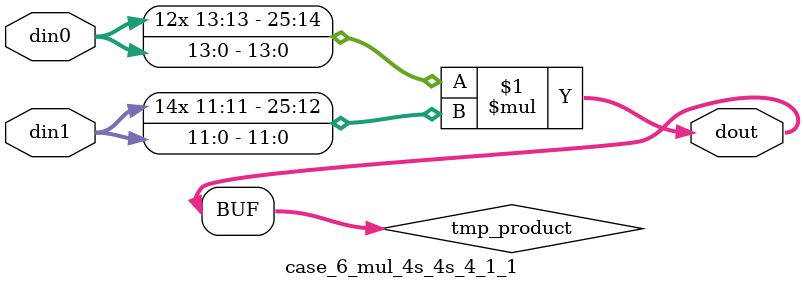
<source format=v>

`timescale 1 ns / 1 ps

 module case_6_mul_4s_4s_4_1_1(din0, din1, dout);
parameter ID = 1;
parameter NUM_STAGE = 0;
parameter din0_WIDTH = 14;
parameter din1_WIDTH = 12;
parameter dout_WIDTH = 26;

input [din0_WIDTH - 1 : 0] din0; 
input [din1_WIDTH - 1 : 0] din1; 
output [dout_WIDTH - 1 : 0] dout;

wire signed [dout_WIDTH - 1 : 0] tmp_product;



























assign tmp_product = $signed(din0) * $signed(din1);








assign dout = tmp_product;





















endmodule

</source>
